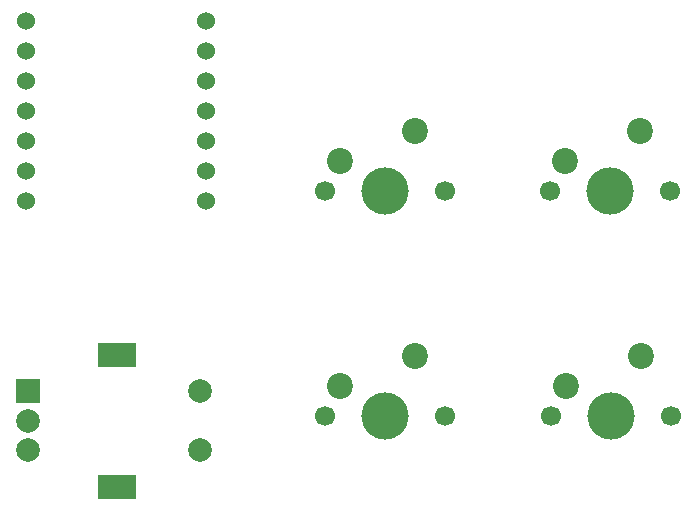
<source format=gbr>
%TF.GenerationSoftware,KiCad,Pcbnew,9.0.2*%
%TF.CreationDate,2025-07-11T16:03:10-07:00*%
%TF.ProjectId,undercity,756e6465-7263-4697-9479-2e6b69636164,rev?*%
%TF.SameCoordinates,Original*%
%TF.FileFunction,Soldermask,Bot*%
%TF.FilePolarity,Negative*%
%FSLAX46Y46*%
G04 Gerber Fmt 4.6, Leading zero omitted, Abs format (unit mm)*
G04 Created by KiCad (PCBNEW 9.0.2) date 2025-07-11 16:03:10*
%MOMM*%
%LPD*%
G01*
G04 APERTURE LIST*
%ADD10R,2.000000X2.000000*%
%ADD11C,2.000000*%
%ADD12R,3.200000X2.000000*%
%ADD13C,1.700000*%
%ADD14C,4.000000*%
%ADD15C,2.200000*%
%ADD16C,1.524000*%
G04 APERTURE END LIST*
D10*
%TO.C,SW5*%
X131000000Y-76700000D03*
D11*
X131000000Y-81700000D03*
X131000000Y-79200000D03*
D12*
X138500000Y-73600000D03*
X138500000Y-84800000D03*
D11*
X145500000Y-81700000D03*
X145500000Y-76700000D03*
%TD*%
D13*
%TO.C,SW4*%
X156140000Y-59700000D03*
D14*
X161220000Y-59700000D03*
D13*
X166300000Y-59700000D03*
D15*
X163760000Y-54620000D03*
X157410000Y-57160000D03*
%TD*%
D16*
%TO.C,U1*%
X130780000Y-45348500D03*
X130780000Y-47888500D03*
X130780000Y-50428500D03*
X130780000Y-52968500D03*
X130780000Y-55508500D03*
X130780000Y-58048500D03*
X130780000Y-60588500D03*
X146020000Y-60588500D03*
X146020000Y-58048500D03*
X146020000Y-55508500D03*
X146020000Y-52968500D03*
X146020000Y-50428500D03*
X146020000Y-47888500D03*
X146020000Y-45348500D03*
%TD*%
D15*
%TO.C,SW1*%
X176490000Y-76260000D03*
X182840000Y-73720000D03*
D13*
X185380000Y-78800000D03*
D14*
X180300000Y-78800000D03*
D13*
X175220000Y-78800000D03*
%TD*%
D15*
%TO.C,SW2*%
X157410000Y-76260000D03*
X163760000Y-73720000D03*
D13*
X166300000Y-78800000D03*
D14*
X161220000Y-78800000D03*
D13*
X156140000Y-78800000D03*
%TD*%
D15*
%TO.C,SW3*%
X176470000Y-57160000D03*
X182820000Y-54620000D03*
D13*
X185360000Y-59700000D03*
D14*
X180280000Y-59700000D03*
D13*
X175200000Y-59700000D03*
%TD*%
M02*

</source>
